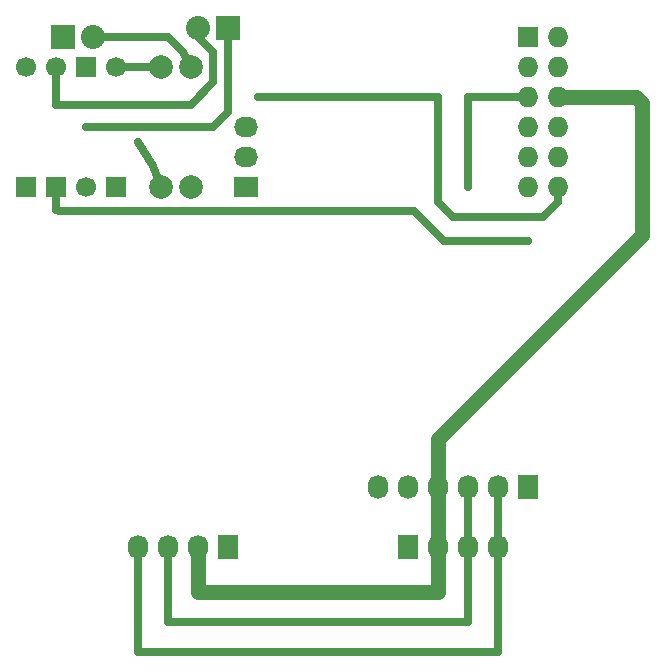
<source format=gbr>
G04 #@! TF.FileFunction,Copper,L2,Bot,Signal*
%FSLAX46Y46*%
G04 Gerber Fmt 4.6, Leading zero omitted, Abs format (unit mm)*
G04 Created by KiCad (PCBNEW 4.0.5+dfsg1-4) date Sat Feb  3 00:51:27 2018*
%MOMM*%
%LPD*%
G01*
G04 APERTURE LIST*
%ADD10C,0.100000*%
%ADD11C,1.699260*%
%ADD12R,1.699260X1.699260*%
%ADD13R,1.727200X1.727200*%
%ADD14O,1.727200X1.727200*%
%ADD15R,1.727200X2.032000*%
%ADD16O,1.727200X2.032000*%
%ADD17R,2.032000X1.727200*%
%ADD18O,2.032000X1.727200*%
%ADD19R,2.032000X2.032000*%
%ADD20O,2.032000X2.032000*%
%ADD21C,1.998980*%
%ADD22C,0.685800*%
%ADD23C,0.635000*%
%ADD24C,1.270000*%
G04 APERTURE END LIST*
D10*
D11*
X125097540Y-78740520D03*
D12*
X125097540Y-68580520D03*
D11*
X120012460Y-68579480D03*
D12*
X120012460Y-78739480D03*
D11*
X127632460Y-68579480D03*
D12*
X127632460Y-78739480D03*
D11*
X122552460Y-68579480D03*
D12*
X122552460Y-78739480D03*
D13*
X162560000Y-66040000D03*
D14*
X165100000Y-66040000D03*
X162560000Y-68580000D03*
X165100000Y-68580000D03*
X162560000Y-71120000D03*
X165100000Y-71120000D03*
X162560000Y-73660000D03*
X165100000Y-73660000D03*
X162560000Y-76200000D03*
X165100000Y-76200000D03*
X162560000Y-78740000D03*
X165100000Y-78740000D03*
D15*
X162560000Y-104140000D03*
D16*
X160020000Y-104140000D03*
X157480000Y-104140000D03*
X154940000Y-104140000D03*
X152400000Y-104140000D03*
X149860000Y-104140000D03*
D17*
X138684000Y-78740000D03*
D18*
X138684000Y-76200000D03*
X138684000Y-73660000D03*
D19*
X123190000Y-66040000D03*
D20*
X125730000Y-66040000D03*
D19*
X137160000Y-65278000D03*
D20*
X134620000Y-65278000D03*
D21*
X133985000Y-78740000D03*
X133985000Y-68580000D03*
X131445000Y-78740000D03*
X131445000Y-68580000D03*
D15*
X152400000Y-109220000D03*
D16*
X154940000Y-109220000D03*
X157480000Y-109220000D03*
X160020000Y-109220000D03*
D15*
X137160000Y-109220000D03*
D16*
X134620000Y-109220000D03*
X132080000Y-109220000D03*
X129540000Y-109220000D03*
D22*
X125095000Y-73660000D03*
X139700000Y-71120000D03*
X131445000Y-68580000D03*
X162560000Y-83312000D03*
X157480000Y-78740000D03*
X129540000Y-74930000D03*
D23*
X137160000Y-65278000D02*
X137160000Y-72390000D01*
X135890000Y-73660000D02*
X125095000Y-73660000D01*
X137160000Y-72390000D02*
X135890000Y-73660000D01*
X122552460Y-68579480D02*
X122552460Y-71752460D01*
X135890000Y-67310000D02*
X134620000Y-66040000D01*
X135890000Y-69850000D02*
X135890000Y-67310000D01*
X133985000Y-71755000D02*
X135890000Y-69850000D01*
X122555000Y-71755000D02*
X133985000Y-71755000D01*
X122552460Y-71752460D02*
X122555000Y-71755000D01*
X134620000Y-66040000D02*
X134620000Y-65278000D01*
X165100000Y-80010000D02*
X163830000Y-81280000D01*
X163830000Y-81280000D02*
X156210000Y-81280000D01*
X156210000Y-81280000D02*
X154940000Y-80010000D01*
X154940000Y-80010000D02*
X154940000Y-71120000D01*
X154940000Y-71120000D02*
X139700000Y-71120000D01*
X165100000Y-80010000D02*
X165100000Y-78740000D01*
X131445000Y-68580000D02*
X131444480Y-68579480D01*
X131444480Y-68579480D02*
X127632460Y-68579480D01*
X122552460Y-78739480D02*
X122555000Y-80645000D01*
X155448000Y-83312000D02*
X162560000Y-83312000D01*
X152908000Y-80772000D02*
X155448000Y-83312000D01*
X122936000Y-80772000D02*
X152908000Y-80772000D01*
X122555000Y-80645000D02*
X122936000Y-80772000D01*
X129540000Y-109220000D02*
X129540000Y-118110000D01*
X160020000Y-118110000D02*
X160020000Y-109220000D01*
X129540000Y-118110000D02*
X160020000Y-118110000D01*
X160020000Y-109220000D02*
X160020000Y-104140000D01*
X157480000Y-104140000D02*
X157480000Y-109220000D01*
X157480000Y-109220000D02*
X157480000Y-115570000D01*
X132080000Y-115570000D02*
X132080000Y-109220000D01*
X157480000Y-115570000D02*
X132080000Y-115570000D01*
X162560000Y-71120000D02*
X157480000Y-71120000D01*
X157480000Y-71120000D02*
X157480000Y-78740000D01*
X125730000Y-66040000D02*
X132080000Y-66040000D01*
X133350000Y-67310000D02*
X133985000Y-68580000D01*
X132080000Y-66040000D02*
X133350000Y-67310000D01*
X129540000Y-74930000D02*
X130810000Y-76962000D01*
X131445000Y-78740000D02*
X130810000Y-76962000D01*
D24*
X154940000Y-104140000D02*
X154940000Y-109220000D01*
X154940000Y-109220000D02*
X154940000Y-113030000D01*
X134620000Y-113030000D02*
X134620000Y-109220000D01*
X154940000Y-113030000D02*
X134620000Y-113030000D01*
X154940000Y-100076000D02*
X154940000Y-104140000D01*
X172212000Y-82804000D02*
X154940000Y-100076000D01*
X165100000Y-71120000D02*
X171704000Y-71120000D01*
X172212000Y-71628000D02*
X172212000Y-82804000D01*
X171704000Y-71120000D02*
X172212000Y-71628000D01*
M02*

</source>
